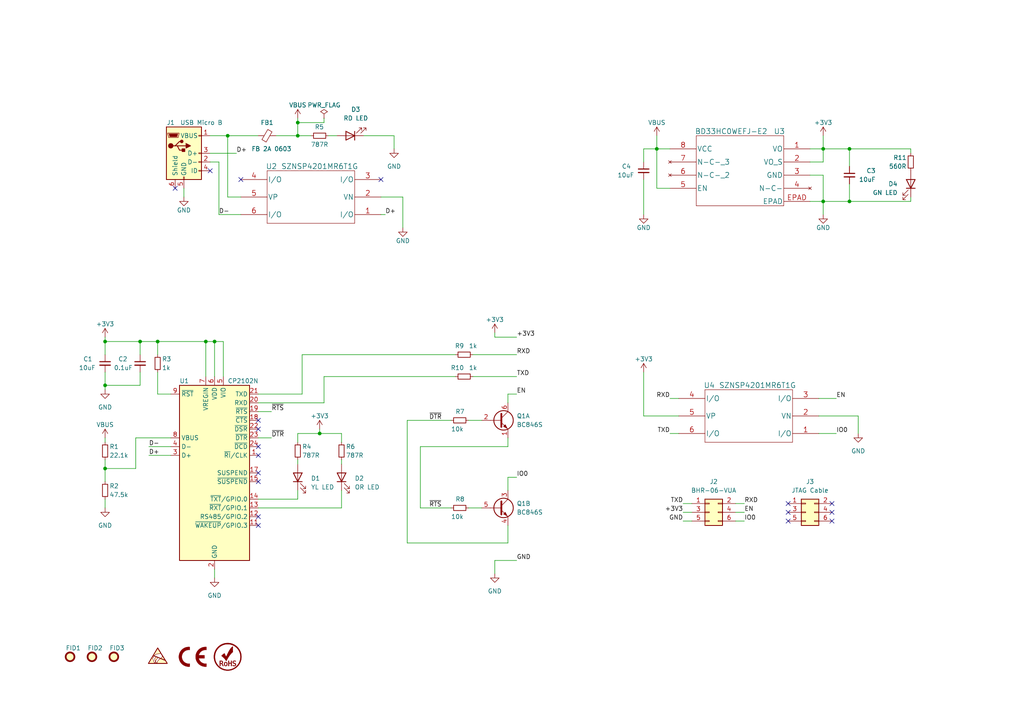
<source format=kicad_sch>
(kicad_sch (version 20211123) (generator eeschema)
  (paper "A4")
  (title_block (title "ESP Programmer") (date "2021-12-26") (rev "1.0") (company "Siriuspal") (comment 1 "ESP32 USB UART Programmer"))
  (lib_symbols
    (symbol "Connector:USB_B_Micro" (pin_names (offset 1.016))
      (property "Reference" "J" (at -5.08 11.43 0))
      (property "Value" "USB_B_Micro" (at -5.08 8.89 0))
      (symbol "USB_B_Micro_1_1"
        (pin power_out line (at 7.62 5.08 180) (length 2.54) (name "VBUS") (number "1"))
        (pin bidirectional line (at 7.62 -2.54 180) (length 2.54) (name "D-") (number "2"))
        (pin bidirectional line (at 7.62 0 180) (length 2.54) (name "D+") (number "3"))
        (pin passive line (at 7.62 -5.08 180) (length 2.54) (name "ID") (number "4"))
        (pin power_out line (at 0 -10.16 90) (length 2.54) (name "GND") (number "5"))
        (pin passive line (at -2.54 -10.16 90) (length 2.54) (name "Shield") (number "6"))
      )
    )
    (symbol "Connector_Generic:Conn_02x03_Odd_Even" (pin_names (offset 1.016) hide)
      (property "Reference" "J" (at 1.27 5.08 0))
      (property "Value" "Conn_02x03_Odd_Even" (at 1.27 -5.08 0))
      (symbol "Conn_02x03_Odd_Even_1_1"
        (pin passive line (at -5.08 2.54 0) (length 3.81) (name "Pin_1") (number "1"))
        (pin passive line (at 7.62 2.54 180) (length 3.81) (name "Pin_2") (number "2"))
        (pin passive line (at -5.08 0 0) (length 3.81) (name "Pin_3") (number "3"))
        (pin passive line (at 7.62 0 180) (length 3.81) (name "Pin_4") (number "4"))
        (pin passive line (at -5.08 -2.54 0) (length 3.81) (name "Pin_5") (number "5"))
        (pin passive line (at 7.62 -2.54 180) (length 3.81) (name "Pin_6") (number "6"))
      )
    )
    (symbol "Device:C_Small" (pin_numbers hide) (pin_names (offset 0.254) hide)
      (property "Reference" "C" (at 0.254 1.778 0))
      (property "Value" "C_Small" (at 0.254 -2.032 0))
      (symbol "C_Small_1_1"
        (pin passive line (at 0 2.54 270) (length 2.032) (name "~") (number "1"))
        (pin passive line (at 0 -2.54 90) (length 2.032) (name "~") (number "2"))
      )
    )
    (symbol "Device:FerriteBead_Small" (pin_numbers hide) (pin_names (offset 0))
      (property "Reference" "FB" (at 1.905 1.27 0))
      (property "Value" "FerriteBead_Small" (at 1.905 -1.27 0))
      (symbol "FerriteBead_Small_1_1"
        (pin passive line (at 0 2.54 270) (length 1.27) (name "~") (number "1"))
        (pin passive line (at 0 -2.54 90) (length 1.27) (name "~") (number "2"))
      )
    )
    (symbol "Device:LED" (pin_numbers hide) (pin_names (offset 1.016) hide)
      (property "Reference" "D" (at 0 2.54 0))
      (property "Value" "LED" (at 0 -2.54 0))
      (symbol "LED_1_1"
        (pin passive line (at -3.81 0 0) (length 2.54) (name "K") (number "1"))
        (pin passive line (at 3.81 0 180) (length 2.54) (name "A") (number "2"))
      )
    )
    (symbol "Device:Q_Dual_NPN_NPN_E1B1C2E2B2C1" (pin_names (offset 0) hide)
      (property "Reference" "Q" (at 5.08 1.27 0))
      (property "Value" "Q_Dual_NPN_NPN_E1B1C2E2B2C1" (at 5.08 -1.27 0))
      (symbol "Q_Dual_NPN_NPN_E1B1C2E2B2C1_1_1"
        (pin passive line (at 2.54 -5.08 90) (length 2.54) (name "E1") (number "1"))
        (pin input line (at -5.08 0 0) (length 2.54) (name "B1") (number "2"))
        (pin passive line (at 2.54 5.08 270) (length 2.54) (name "C1") (number "6"))
      )
      (symbol "Q_Dual_NPN_NPN_E1B1C2E2B2C1_2_1"
        (pin passive line (at 2.54 5.08 270) (length 2.54) (name "C2") (number "3"))
        (pin passive line (at 2.54 -5.08 90) (length 2.54) (name "E2") (number "4"))
        (pin input line (at -5.08 0 0) (length 2.54) (name "B2") (number "5"))
      )
    )
    (symbol "Device:R_Small" (pin_numbers hide) (pin_names (offset 0.254) hide)
      (property "Reference" "R" (at 0.762 0.508 0))
      (property "Value" "R_Small" (at 0.762 -1.016 0))
      (symbol "R_Small_1_1"
        (pin passive line (at 0 2.54 270) (length 0.762) (name "~") (number "1"))
        (pin passive line (at 0 -2.54 90) (length 0.762) (name "~") (number "2"))
      )
    )
    (symbol "Diode:SZNSP4201MR6T1G" (pin_names (offset 0.254))
      (property "Reference" "U" (at 0 12.7 0))
      (property "Value" "SZNSP4201MR6T1G" (at 0 10.16 0))
      (symbol "SZNSP4201MR6T1G_1_1"
        (pin passive line (at -20.32 5.08 0) (length 7.62) (name "I/O") (number "1"))
        (pin passive line (at -20.32 0 0) (length 7.62) (name "VN") (number "2"))
        (pin passive line (at -20.32 -5.08 0) (length 7.62) (name "I/O") (number "3"))
        (pin passive line (at 20.32 -5.08 180) (length 7.62) (name "I/O") (number "4"))
        (pin passive line (at 20.32 0 180) (length 7.62) (name "VP") (number "5"))
        (pin passive line (at 20.32 5.08 180) (length 7.62) (name "I/O") (number "6"))
      )
    )
    (symbol "Graphic:CE Logo" (pin_numbers hide) (pin_names (offset 1.016) hide) (in_bom no))
    (symbol "Graphic:RoHS Logo" (pin_numbers hide) (pin_names (offset 1.016) hide) (in_bom no))
    (symbol "Graphic:SYM_ESD_Small" (pin_names (offset 1.016)))
    (symbol "Interface_USB:CP2102N-Axx-xQFN24"
      (property "Reference" "U" (at -8.89 26.67 0))
      (property "Value" "CP2102N-Axx-xQFN24" (at 13.97 26.67 0))
      (symbol "CP2102N-Axx-xQFN24_1_1"
        (pin bidirectional line (at 12.7 5.08 180) (length 2.54) (name "~{RI}/CLK") (number "1"))
        (pin no_connect line (at -10.16 -22.86 0) (length 2.54) hide (name "NC") (number "10"))
        (pin bidirectional line (at 12.7 -15.24 180) (length 2.54) (name "~{WAKEUP}/GPIO.3") (number "11"))
        (pin bidirectional line (at 12.7 -12.7 180) (length 2.54) (name "RS485/GPIO.2") (number "12"))
        (pin bidirectional line (at 12.7 -10.16 180) (length 2.54) (name "~{RXT}/GPIO.1") (number "13"))
        (pin bidirectional line (at 12.7 -7.62 180) (length 2.54) (name "~{TXT}/GPIO.0") (number "14"))
        (pin output line (at 12.7 -2.54 180) (length 2.54) (name "~{SUSPEND}") (number "15"))
        (pin no_connect line (at 10.16 -22.86 180) (length 2.54) hide (name "NC") (number "16"))
        (pin output line (at 12.7 0 180) (length 2.54) (name "SUSPEND") (number "17"))
        (pin input line (at 12.7 15.24 180) (length 2.54) (name "~{CTS}") (number "18"))
        (pin output line (at 12.7 17.78 180) (length 2.54) (name "~{RTS}") (number "19"))
        (pin power_in line (at 0 -27.94 90) (length 2.54) (name "GND") (number "2"))
        (pin input line (at 12.7 20.32 180) (length 2.54) (name "RXD") (number "20"))
        (pin output line (at 12.7 22.86 180) (length 2.54) (name "TXD") (number "21"))
        (pin input line (at 12.7 12.7 180) (length 2.54) (name "~{DSR}") (number "22"))
        (pin output line (at 12.7 10.16 180) (length 2.54) (name "~{DTR}") (number "23"))
        (pin input line (at 12.7 7.62 180) (length 2.54) (name "~{DCD}") (number "24"))
        (pin passive line (at 0 -27.94 90) (length 2.54) hide (name "GND") (number "25"))
        (pin bidirectional line (at -12.7 5.08 0) (length 2.54) (name "D+") (number "3"))
        (pin bidirectional line (at -12.7 7.62 0) (length 2.54) (name "D-") (number "4"))
        (pin power_in line (at 2.54 27.94 270) (length 2.54) (name "VIO") (number "5"))
        (pin power_in line (at 0 27.94 270) (length 2.54) (name "VDD") (number "6"))
        (pin power_in line (at -2.54 27.94 270) (length 2.54) (name "VREGIN") (number "7"))
        (pin input line (at -12.7 10.16 0) (length 2.54) (name "VBUS") (number "8"))
        (pin input line (at -12.7 22.86 0) (length 2.54) (name "~{RST}") (number "9"))
      )
    )
    (symbol "Mechanical:Fiducial"
      (property "Reference" "FID" (at 0 5.08 0))
      (property "Value" "Fiducial" (at 0 3.175 0))
    )
    (symbol "Power_Management:BD33HC0WEFJ-E2" (pin_names (offset 0.254))
      (property "Reference" "U" (at 20.32 10.16 0))
      (property "Value" "BD33HC0WEFJ-E2" (at 20.32 7.62 0))
      (symbol "BD33HC0WEFJ-E2_1_1"
        (pin power_out line (at 0 1.27 0) (length 7.62) (name "VO") (number "1"))
        (pin power_in line (at 0 -2.54 0) (length 7.62) (name "VO_S") (number "2"))
        (pin power_in line (at 0 -6.35 0) (length 7.62) (name "GND") (number "3"))
        (pin no_connect line (at 0 -10.16 0) (length 7.62) (name "N-C-") (number "4"))
        (pin input line (at 40.64 -10.16 180) (length 7.62) (name "EN") (number "5"))
        (pin no_connect line (at 40.64 -6.35 180) (length 7.62) (name "N-C-_2") (number "6"))
        (pin no_connect line (at 40.64 -2.54 180) (length 7.62) (name "N-C-_3") (number "7"))
        (pin power_in line (at 40.64 1.27 180) (length 7.62) (name "VCC") (number "8"))
        (pin passive line (at 0 -13.97 0) (length 7.62) (name "EPAD") (number "EPAD"))
      )
    )
    (symbol "power:+3.3V" (power) (pin_names (offset 0))
      (property "Value" "+3.3V" (at 0 3.556 0))
      (symbol "+3.3V_1_1"
        (pin power_in line (at 0 0 90) (length 0) hide (name "+3V3") (number "1"))
      )
    )
    (symbol "power:GND" (power) (pin_names (offset 0))
      (property "Value" "GND" (at 0 -3.81 0))
      (symbol "GND_1_1"
        (pin power_in line (at 0 0 270) (length 0) hide (name "GND") (number "1"))
      )
    )
    (symbol "power:PWR_FLAG" (power) (pin_numbers hide) (pin_names (offset 0) hide)
      (property "Value" "PWR_FLAG" (at 0 3.81 0))
      (symbol "PWR_FLAG_0_0"
        (pin power_out line (at 0 0 90) (length 0) (name "pwr") (number "1"))
      )
    )
    (symbol "power:VBUS" (power) (pin_names (offset 0))
      (property "Value" "VBUS" (at 0 3.81 0))
      (symbol "VBUS_1_1"
        (pin power_in line (at 0 0 90) (length 0) hide (name "VBUS") (number "1"))
      )
    )
  )
  (junction (at 190.5 43.18))
  (junction (at 30.48 111.76))
  (junction (at 40.64 99.06))
  (junction (at 62.23 99.06))
  (junction (at 238.76 58.42))
  (junction (at 86.36 35.56))
  (junction (at 66.04 39.37))
  (junction (at 45.72 99.06))
  (junction (at 92.71 125.73))
  (junction (at 59.69 99.06))
  (junction (at 246.38 58.42))
  (junction (at 86.36 39.37))
  (junction (at 238.76 43.18))
  (junction (at 30.48 135.89))
  (junction (at 246.38 43.18))
  (junction (at 30.48 99.06))
  (no_connect (at 74.93 137.16))
  (no_connect (at 74.93 121.92))
  (no_connect (at 74.93 124.46))
  (no_connect (at 74.93 129.54))
  (no_connect (at 60.96 49.53))
  (no_connect (at 228.6 146.05))
  (no_connect (at 110.49 52.07))
  (no_connect (at 74.93 132.08))
  (no_connect (at 50.8 54.61))
  (no_connect (at 69.85 52.07))
  (no_connect (at 74.93 139.7))
  (no_connect (at 74.93 152.4))
  (no_connect (at 74.93 149.86))
  (no_connect (at 228.6 151.13))
  (no_connect (at 241.3 146.05))
  (no_connect (at 241.3 151.13))
  (no_connect (at 241.3 148.59))
  (no_connect (at 228.6 148.59))
  (wire (pts (xy 86.36 34.29) (xy 86.36 35.56)))
  (wire (pts (xy 130.81 121.92) (xy 118.11 121.92)))
  (wire (pts (xy 45.72 99.06) (xy 45.72 102.87)))
  (wire (pts (xy 186.69 120.65) (xy 186.69 107.95)))
  (wire (pts (xy 198.12 148.59) (xy 200.66 148.59)))
  (wire (pts (xy 186.69 43.18) (xy 190.5 43.18)))
  (wire (pts (xy 86.36 144.78) (xy 74.93 144.78)))
  (wire (pts (xy 238.76 46.99) (xy 238.76 43.18)))
  (wire (pts (xy 238.76 39.37) (xy 238.76 43.18)))
  (wire (pts (xy 93.98 35.56) (xy 86.36 35.56)))
  (wire (pts (xy 194.31 115.57) (xy 196.85 115.57)))
  (wire (pts (xy 64.77 99.06) (xy 62.23 99.06)))
  (wire (pts (xy 238.76 58.42) (xy 238.76 50.8)))
  (wire (pts (xy 264.16 58.42) (xy 246.38 58.42)))
  (wire (pts (xy 60.96 39.37) (xy 66.04 39.37)))
  (wire (pts (xy 39.37 127) (xy 39.37 135.89)))
  (wire (pts (xy 30.48 111.76) (xy 30.48 113.03)))
  (wire (pts (xy 118.11 121.92) (xy 118.11 157.48)))
  (wire (pts (xy 93.98 109.22) (xy 93.98 116.84)))
  (wire (pts (xy 95.25 39.37) (xy 97.79 39.37)))
  (wire (pts (xy 246.38 58.42) (xy 238.76 58.42)))
  (wire (pts (xy 114.3 43.18) (xy 114.3 39.37)))
  (wire (pts (xy 62.23 165.1) (xy 62.23 167.64)))
  (wire (pts (xy 198.12 151.13) (xy 200.66 151.13)))
  (wire (pts (xy 238.76 43.18) (xy 234.95 43.18)))
  (wire (pts (xy 66.04 57.15) (xy 66.04 39.37)))
  (wire (pts (xy 116.84 66.04) (xy 116.84 57.15)))
  (wire (pts (xy 248.92 125.73) (xy 248.92 120.65)))
  (wire (pts (xy 137.16 102.87) (xy 149.86 102.87)))
  (wire (pts (xy 87.63 114.3) (xy 74.93 114.3)))
  (wire (pts (xy 86.36 39.37) (xy 90.17 39.37)))
  (wire (pts (xy 246.38 53.34) (xy 246.38 58.42)))
  (wire (pts (xy 99.06 147.32) (xy 74.93 147.32)))
  (wire (pts (xy 99.06 133.35) (xy 99.06 134.62)))
  (wire (pts (xy 86.36 35.56) (xy 86.36 39.37)))
  (wire (pts (xy 45.72 99.06) (xy 59.69 99.06)))
  (wire (pts (xy 143.51 162.56) (xy 149.86 162.56)))
  (wire (pts (xy 86.36 128.27) (xy 86.36 125.73)))
  (wire (pts (xy 213.36 151.13) (xy 215.9 151.13)))
  (wire (pts (xy 147.32 157.48) (xy 147.32 152.4)))
  (wire (pts (xy 93.98 116.84) (xy 74.93 116.84)))
  (wire (pts (xy 147.32 138.43) (xy 149.86 138.43)))
  (wire (pts (xy 237.49 115.57) (xy 242.57 115.57)))
  (wire (pts (xy 190.5 54.61) (xy 190.5 43.18)))
  (wire (pts (xy 238.76 58.42) (xy 234.95 58.42)))
  (wire (pts (xy 30.48 135.89) (xy 39.37 135.89)))
  (wire (pts (xy 186.69 46.99) (xy 186.69 43.18)))
  (wire (pts (xy 99.06 142.24) (xy 99.06 147.32)))
  (wire (pts (xy 45.72 99.06) (xy 40.64 99.06)))
  (wire (pts (xy 114.3 39.37) (xy 105.41 39.37)))
  (wire (pts (xy 110.49 62.23) (xy 111.76 62.23)))
  (wire (pts (xy 121.92 147.32) (xy 121.92 129.54)))
  (wire (pts (xy 87.63 102.87) (xy 87.63 114.3)))
  (wire (pts (xy 40.64 99.06) (xy 30.48 99.06)))
  (wire (pts (xy 246.38 48.26) (xy 246.38 43.18)))
  (wire (pts (xy 30.48 107.95) (xy 30.48 111.76)))
  (wire (pts (xy 213.36 148.59) (xy 215.9 148.59)))
  (wire (pts (xy 62.23 109.22) (xy 62.23 99.06)))
  (wire (pts (xy 86.36 142.24) (xy 86.36 144.78)))
  (wire (pts (xy 137.16 109.22) (xy 149.86 109.22)))
  (wire (pts (xy 40.64 111.76) (xy 30.48 111.76)))
  (wire (pts (xy 248.92 120.65) (xy 237.49 120.65)))
  (wire (pts (xy 30.48 99.06) (xy 30.48 102.87)))
  (wire (pts (xy 143.51 166.37) (xy 143.51 162.56)))
  (wire (pts (xy 234.95 46.99) (xy 238.76 46.99)))
  (wire (pts (xy 64.77 109.22) (xy 64.77 99.06)))
  (wire (pts (xy 147.32 142.24) (xy 147.32 138.43)))
  (wire (pts (xy 68.58 44.45) (xy 60.96 44.45)))
  (wire (pts (xy 147.32 114.3) (xy 149.86 114.3)))
  (wire (pts (xy 86.36 125.73) (xy 92.71 125.73)))
  (wire (pts (xy 190.5 39.37) (xy 190.5 43.18)))
  (wire (pts (xy 99.06 125.73) (xy 99.06 128.27)))
  (wire (pts (xy 40.64 99.06) (xy 40.64 102.87)))
  (wire (pts (xy 143.51 97.79) (xy 149.86 97.79)))
  (wire (pts (xy 92.71 124.46) (xy 92.71 125.73)))
  (wire (pts (xy 264.16 57.15) (xy 264.16 58.42)))
  (wire (pts (xy 121.92 129.54) (xy 147.32 129.54)))
  (wire (pts (xy 45.72 107.95) (xy 45.72 114.3)))
  (wire (pts (xy 43.18 129.54) (xy 49.53 129.54)))
  (wire (pts (xy 49.53 114.3) (xy 45.72 114.3)))
  (wire (pts (xy 59.69 99.06) (xy 62.23 99.06)))
  (wire (pts (xy 135.89 121.92) (xy 139.7 121.92)))
  (wire (pts (xy 69.85 57.15) (xy 66.04 57.15)))
  (wire (pts (xy 66.04 39.37) (xy 74.93 39.37)))
  (wire (pts (xy 93.98 34.29) (xy 93.98 35.56)))
  (wire (pts (xy 186.69 52.07) (xy 186.69 62.23)))
  (wire (pts (xy 118.11 157.48) (xy 147.32 157.48)))
  (wire (pts (xy 147.32 116.84) (xy 147.32 114.3)))
  (wire (pts (xy 132.08 109.22) (xy 93.98 109.22)))
  (wire (pts (xy 60.96 46.99) (xy 63.5 46.99)))
  (wire (pts (xy 194.31 125.73) (xy 196.85 125.73)))
  (wire (pts (xy 30.48 133.35) (xy 30.48 135.89)))
  (wire (pts (xy 63.5 62.23) (xy 69.85 62.23)))
  (wire (pts (xy 246.38 43.18) (xy 264.16 43.18)))
  (wire (pts (xy 43.18 132.08) (xy 49.53 132.08)))
  (wire (pts (xy 190.5 43.18) (xy 194.31 43.18)))
  (wire (pts (xy 30.48 144.78) (xy 30.48 147.32)))
  (wire (pts (xy 147.32 129.54) (xy 147.32 127)))
  (wire (pts (xy 74.93 127) (xy 78.74 127)))
  (wire (pts (xy 132.08 102.87) (xy 87.63 102.87)))
  (wire (pts (xy 264.16 44.45) (xy 264.16 43.18)))
  (wire (pts (xy 237.49 125.73) (xy 242.57 125.73)))
  (wire (pts (xy 49.53 127) (xy 39.37 127)))
  (wire (pts (xy 86.36 39.37) (xy 80.01 39.37)))
  (wire (pts (xy 74.93 119.38) (xy 78.74 119.38)))
  (wire (pts (xy 53.34 54.61) (xy 53.34 57.15)))
  (wire (pts (xy 196.85 120.65) (xy 186.69 120.65)))
  (wire (pts (xy 30.48 127) (xy 30.48 128.27)))
  (wire (pts (xy 59.69 99.06) (xy 59.69 109.22)))
  (wire (pts (xy 30.48 135.89) (xy 30.48 139.7)))
  (wire (pts (xy 92.71 125.73) (xy 99.06 125.73)))
  (wire (pts (xy 86.36 133.35) (xy 86.36 134.62)))
  (wire (pts (xy 213.36 146.05) (xy 215.9 146.05)))
  (wire (pts (xy 40.64 107.95) (xy 40.64 111.76)))
  (wire (pts (xy 135.89 147.32) (xy 139.7 147.32)))
  (wire (pts (xy 130.81 147.32) (xy 121.92 147.32)))
  (wire (pts (xy 198.12 146.05) (xy 200.66 146.05)))
  (wire (pts (xy 246.38 43.18) (xy 238.76 43.18)))
  (wire (pts (xy 63.5 46.99) (xy 63.5 62.23)))
  (wire (pts (xy 238.76 50.8) (xy 234.95 50.8)))
  (wire (pts (xy 30.48 97.79) (xy 30.48 99.06)))
  (wire (pts (xy 143.51 96.52) (xy 143.51 97.79)))
  (wire (pts (xy 194.31 54.61) (xy 190.5 54.61)))
  (wire (pts (xy 116.84 57.15) (xy 110.49 57.15)))
  (wire (pts (xy 238.76 62.23) (xy 238.76 58.42)))
  (label "EN" (at 215.9 148.59 0))
  (label "IO0" (at 149.86 138.43 0))
  (label "+3V3" (at 149.86 97.79 0))
  (label "~{RTS}" (at 124.46 147.32 0))
  (label "TXD" (at 198.12 146.05 180))
  (label "TXD" (at 194.31 125.73 180))
  (label "~{DTR}" (at 124.46 121.92 0))
  (label "+3V3" (at 198.12 148.59 180))
  (label "RXD" (at 149.86 102.87 0))
  (label "EN" (at 149.86 114.3 0))
  (label "GND" (at 149.86 162.56 0))
  (label "~{RTS}" (at 78.74 119.38 0))
  (label "IO0" (at 215.9 151.13 0))
  (label "D+" (at 111.76 62.23 0))
  (label "D-" (at 63.5 62.23 0))
  (label "TXD" (at 149.86 109.22 0))
  (label "RXD" (at 215.9 146.05 0))
  (label "EN" (at 242.57 115.57 0))
  (label "~{DTR}" (at 78.74 127 0))
  (label "D+" (at 68.58 44.45 0))
  (label "D-" (at 43.18 129.54 0))
  (label "RXD" (at 194.31 115.57 180))
  (label "IO0" (at 242.57 125.73 0))
  (label "D+" (at 43.18 132.08 0))
  (label "GND" (at 198.12 151.13 180))
  (symbol (lib_id "power:VBUS") (at 190.5 39.37 0) (mirror y) (unit 1)
    (property "Reference" "#PWR013" (effects hide))
    (property "Value" "VBUS" (at 190.5 35.56 0))
  )
  (symbol (lib_id "Device:LED") (at 264.16 53.34 270) (mirror x) (unit 1)
    (property "Reference" "D4" (at 260.35 53.34 90) (effects (justify right)))
    (property "Value" "GN LED" (at 260.35 55.88 90) (effects (justify right)))
    (property "Footprint" "LED_SMD:LED_0603_1608Metric" (effects hide))
    (property "MPN" "SML-310PTT86" (effects hide))
    (property "Manufacturer" "Rohm Semiconductor" (effects hide))
    (property "Description" "LED GREEN CLEAR 0603 SMD" (effects hide))
    (property "Substitute Allowed" "Yes" (effects hide))
  )
  (symbol (lib_id "Device:R_Small") (at 133.35 121.92 270) (unit 1)
    (property "Reference" "R7" (at 132.08 119.38 90) (effects (justify left)))
    (property "Value" "10k" (at 130.81 124.46 90) (effects (justify left)))
    (property "Footprint" "Resistor_SMD:R_0603_1608Metric" (effects hide))
    (property "MPN" "RT0603FRE0710KL" (effects hide))
    (property "Manufacturer" "YAGEO" (effects hide))
    (property "Description" "RES SMD 10K OHM 1% 1/10W 0603" (effects hide))
    (property "Substitute Allowed" "Yes" (effects hide))
  )
  (symbol (lib_id "power:+3.3V") (at 30.48 97.79 0) (unit 1)
    (property "Reference" "#PWR01" (effects hide))
    (property "Value" "+3.3V" (at 30.48 93.98 0))
  )
  (symbol (lib_id "power:GND") (at 114.3 43.18 0) (unit 1)
    (property "Reference" "#PWR09" (effects hide))
    (property "Value" "GND" (at 114.3 48.26 0))
  )
  (symbol (lib_id "power:+3.3V") (at 143.51 96.52 0) (unit 1)
    (property "Reference" "#PWR011" (effects hide))
    (property "Value" "+3.3V" (at 143.51 92.71 0))
  )
  (symbol (lib_id "power:GND") (at 30.48 147.32 0) (unit 1)
    (property "Reference" "#PWR04" (effects hide))
    (property "Value" "GND" (at 30.48 152.4 0))
  )
  (symbol (lib_id "power:+3.3V") (at 186.69 107.95 0) (unit 1)
    (property "Reference" "#PWR015" (effects hide))
    (property "Value" "+3.3V" (at 186.69 104.14 0))
  )
  (symbol (lib_id "Interface_USB:CP2102N-Axx-xQFN24") (at 62.23 137.16 0) (unit 1)
    (property "Reference" "U1" (at 52.07 110.49 0) (effects (justify left)))
    (property "Value" "CP2102N" (at 66.04 110.49 0) (effects (justify left)))
    (property "Footprint" "Package_DFN_QFN:QFN-24-1EP_4x4mm_P0.5mm_EP2.6x2.6mm" (effects hide))
    (property "Datasheet" "https://www.silabs.com/documents/public/data-sheets/cp2102n-datasheet.pdf" (effects hide))
    (property "MPN" "CP2102N-A02-GQFN24R" (effects hide))
    (property "Manufacturer" "Silicon Labs" (effects hide))
    (property "Description" "IC USB TO UART BRIDGE QFN24" (effects hide))
    (property "Substitute Allowed" "No" (effects hide))
  )
  (symbol (lib_id "Device:C_Small") (at 186.69 49.53 0) (unit 1)
    (property "Reference" "C4" (at 180.34 48.26 0) (effects (justify left)))
    (property "Value" "10uF" (at 179.07 50.8 0) (effects (justify left)))
    (property "Footprint" "Capacitor_SMD:C_0603_1608Metric" (effects hide))
    (property "MPN" "GRM188R61E106KA73J" (effects hide))
    (property "Manufacturer" "Murata Electronics" (effects hide))
    (property "Description" "CAP CER 10UF 25V X5R 0603" (effects hide))
    (property "Substitute Allowed" "Yes" (effects hide))
  )
  (symbol (lib_id "power:+3.3V") (at 238.76 39.37 0) (mirror y) (unit 1)
    (property "Reference" "#PWR016" (effects hide))
    (property "Value" "+3.3V" (at 238.76 35.56 0))
  )
  (symbol (lib_id "power:GND") (at 238.76 62.23 0) (mirror y) (unit 1)
    (property "Reference" "#PWR014" (effects hide))
    (property "Value" "GND" (at 238.76 66.04 0))
  )
  (symbol (lib_id "Device:LED") (at 99.06 138.43 90) (unit 1)
    (property "Reference" "D2" (at 102.87 138.7474 90) (effects (justify right)))
    (property "Value" "OR LED" (at 102.87 141.2874 90) (effects (justify right)))
    (property "Footprint" "LED_SMD:LED_0603_1608Metric" (effects hide))
    (property "MPN" "SML-311DTT86" (effects hide))
    (property "Manufacturer" "Rohm Semiconductor" (effects hide))
    (property "Description" "LED ORANGE CLEAR 0603 SMD" (effects hide))
    (property "Substitute Allowed" "Yes" (effects hide))
  )
  (symbol (lib_id "Mechanical:Fiducial") (at 33.02 190.5 0) (unit 1) (in_bom no)
    (property "Reference" "FID3" (at 31.75 187.96 0) (effects (justify left)))
    (property "Value" "Fiducial" (effects hide))
    (property "Footprint" "Fiducial:Fiducial_0.5mm_Mask1mm" (effects hide))
  )
  (symbol (lib_id "Graphic:RoHS Logo") (at 66.04 190.5 0) (unit 1) (in_bom no)
    (property "Reference" "#G2" (effects hide))
    (property "Value" "RoHS Logo" (effects hide))
    (property "Footprint" "Symbol:RoHSLogo" (effects hide))
  )
  (symbol (lib_id "Device:LED") (at 86.36 138.43 90) (unit 1)
    (property "Reference" "D1" (at 90.17 138.7474 90) (effects (justify right)))
    (property "Value" "YL LED" (at 90.17 141.2874 90) (effects (justify right)))
    (property "Footprint" "LED_SMD:LED_0603_1608Metric" (effects hide))
    (property "MPN" "SML-311YTT86" (effects hide))
    (property "Manufacturer" "Rohm Semiconductor" (effects hide))
    (property "Description" "LED YELLOW CLEAR 0603 SMD" (effects hide))
    (property "Substitute Allowed" "Yes" (effects hide))
  )
  (symbol (lib_id "Device:R_Small") (at 30.48 142.24 0) (unit 1)
    (property "Reference" "R2" (at 31.75 140.97 0) (effects (justify left)))
    (property "Value" "47.5k" (at 31.75 143.51 0) (effects (justify left)))
    (property "Footprint" "Resistor_SMD:R_0603_1608Metric" (effects hide))
    (property "MPN" "RC0603FR-0747K5L" (effects hide))
    (property "Manufacturer" "YAGEO" (effects hide))
    (property "Description" "RES 47.5K OHM 1% 1/10W 0603" (effects hide))
    (property "Substitute Allowed" "Yes" (effects hide))
  )
  (symbol (lib_id "power:GND") (at 62.23 167.64 0) (unit 1)
    (property "Reference" "#PWR06" (effects hide))
    (property "Value" "GND" (at 62.23 172.72 0))
  )
  (symbol (lib_id "Diode:SZNSP4201MR6T1G") (at 90.17 57.15 180) (unit 1)
    (property "Reference" "U2" (at 78.74 48.26 0) (effects (font (size 1.524 1.524))))
    (property "Value" "SZNSP4201MR6T1G" (at 92.71 48.26 0) (effects (font (size 1.524 1.524))))
    (property "Footprint" "Package_SO:TSOP-6_1.65x3.05mm_P0.95mm" (effects hide))
    (property "MPN" "SZNSP4201MR6T1G" (effects hide))
    (property "Manufacturer" "onsemi" (effects hide))
    (property "Description" "TVS DIODE 5VWM 12VC 6TSOP" (effects hide))
    (property "Substitute Allowed" "Yes" (effects hide))
  )
  (symbol (lib_id "Device:C_Small") (at 30.48 105.41 0) (unit 1)
    (property "Reference" "C1" (at 24.13 104.14 0) (effects (justify left)))
    (property "Value" "10uF" (at 22.86 106.68 0) (effects (justify left)))
    (property "Footprint" "Capacitor_SMD:C_0603_1608Metric" (effects hide))
    (property "MPN" "GRM188R61E106KA73J" (effects hide))
    (property "Manufacturer" "Murata Electronics" (effects hide))
    (property "Description" "CAP CER 10UF 25V X5R 0603" (effects hide))
    (property "Substitute Allowed" "Yes" (effects hide))
  )
  (symbol (lib_id "Device:R_Small") (at 86.36 130.81 0) (unit 1)
    (property "Reference" "R4" (at 87.63 129.54 0) (effects (justify left)))
    (property "Value" "787R" (at 87.63 132.08 0) (effects (justify left)))
    (property "Footprint" "Resistor_SMD:R_0603_1608Metric" (effects hide))
    (property "MPN" "RC0603FR-07787RL" (effects hide))
    (property "Manufacturer" "YAGEO" (effects hide))
    (property "Description" "RES 787 OHM 1% 1/10W 0603" (effects hide))
    (property "Substitute Allowed" "Yes" (effects hide))
  )
  (symbol (lib_id "Device:R_Small") (at 134.62 109.22 90) (unit 1)
    (property "Reference" "R10" (at 134.62 106.68 90) (effects (justify left)))
    (property "Value" "1k" (at 138.43 106.68 90) (effects (justify left)))
    (property "Footprint" "Resistor_SMD:R_0603_1608Metric" (effects hide))
    (property "MPN" "AC0603JR-071KL" (effects hide))
    (property "Manufacturer" "YAGEO" (effects hide))
    (property "Description" "RES SMD 1K OHM 5% 1/10W 0603" (effects hide))
    (property "Substitute Allowed" "Yes" (effects hide))
  )
  (symbol (lib_id "Diode:SZNSP4201MR6T1G") (at 217.17 120.65 180) (unit 1)
    (property "Reference" "U4" (at 205.74 111.76 0) (effects (font (size 1.524 1.524))))
    (property "Value" "SZNSP4201MR6T1G" (at 219.71 111.76 0) (effects (font (size 1.524 1.524))))
    (property "Footprint" "Package_SO:TSOP-6_1.65x3.05mm_P0.95mm" (effects hide))
    (property "MPN" "SZNSP4201MR6T1G" (effects hide))
    (property "Manufacturer" "onsemi" (effects hide))
    (property "Description" "TVS DIODE 5VWM 12VC 6TSOP" (effects hide))
    (property "Substitute Allowed" "Yes" (effects hide))
  )
  (symbol (lib_id "Mechanical:Fiducial") (at 20.32 190.5 0) (unit 1) (in_bom no)
    (property "Reference" "FID1" (at 19.05 187.96 0) (effects (justify left)))
    (property "Value" "Fiducial" (effects hide))
    (property "Footprint" "Fiducial:Fiducial_0.5mm_Mask1mm" (effects hide))
  )
  (symbol (lib_id "Device:R_Small") (at 134.62 102.87 90) (unit 1)
    (property "Reference" "R9" (at 134.62 100.33 90) (effects (justify left)))
    (property "Value" "1k" (at 138.43 100.33 90) (effects (justify left)))
    (property "Footprint" "Resistor_SMD:R_0603_1608Metric" (effects hide))
    (property "MPN" "AC0603JR-071KL" (effects hide))
    (property "Manufacturer" "YAGEO" (effects hide))
    (property "Description" "RES SMD 1K OHM 5% 1/10W 0603" (effects hide))
    (property "Substitute Allowed" "Yes" (effects hide))
  )
  (symbol (lib_id "Device:LED") (at 101.6 39.37 180) (unit 1)
    (property "Reference" "D3" (at 103.1875 31.75 0))
    (property "Value" "RD LED" (at 103.1875 34.29 0))
    (property "Footprint" "LED_SMD:LED_0603_1608Metric" (effects hide))
    (property "MPN" "SML-311UTT86" (effects hide))
    (property "Manufacturer" "Rohm Semiconductor" (effects hide))
    (property "Description" "LED RED CLEAR 0603 SMD" (effects hide))
    (property "Substitute Allowed" "Yes" (effects hide))
  )
  (symbol (lib_id "power:GND") (at 53.34 57.15 0) (unit 1)
    (property "Reference" "#PWR05" (effects hide))
    (property "Value" "GND" (at 53.34 60.96 0))
  )
  (symbol (lib_id "power:GND") (at 30.48 113.03 0) (unit 1)
    (property "Reference" "#PWR02" (effects hide))
    (property "Value" "GND" (at 30.48 118.11 0))
  )
  (symbol (lib_id "Device:R_Small") (at 30.48 130.81 0) (unit 1)
    (property "Reference" "R1" (at 31.75 129.54 0) (effects (justify left)))
    (property "Value" "22.1k" (at 31.75 132.08 0) (effects (justify left)))
    (property "Footprint" "Resistor_SMD:R_0603_1608Metric" (effects hide))
    (property "MPN" "RC0603FR-1322K1L" (effects hide))
    (property "Manufacturer" "YAGEO" (effects hide))
    (property "Description" "RES 22.1K OHM 1% 1/10W 0603" (effects hide))
    (property "Substitute Allowed" "Yes" (effects hide))
  )
  (symbol (lib_id "power:PWR_FLAG") (at 93.98 34.29 0) (unit 1)
    (property "Reference" "#FLG0101" (effects hide))
    (property "Value" "PWR_FLAG" (at 93.98 30.48 0))
  )
  (symbol (lib_id "Device:R_Small") (at 133.35 147.32 270) (unit 1)
    (property "Reference" "R8" (at 132.08 144.78 90) (effects (justify left)))
    (property "Value" "10k" (at 130.81 149.86 90) (effects (justify left)))
    (property "Footprint" "Resistor_SMD:R_0603_1608Metric" (effects hide))
    (property "MPN" "RT0603FRE0710KL" (effects hide))
    (property "Manufacturer" "YAGEO" (effects hide))
    (property "Description" "RES SMD 10K OHM 1% 1/10W 0603" (effects hide))
    (property "Substitute Allowed" "Yes" (effects hide))
  )
  (symbol (lib_id "Device:R_Small") (at 264.16 46.99 0) (mirror x) (unit 1)
    (property "Reference" "R11" (at 259.08 45.72 0) (effects (justify left)))
    (property "Value" "560R" (at 257.81 48.26 0) (effects (justify left)))
    (property "Footprint" "Resistor_SMD:R_0603_1608Metric" (effects hide))
    (property "MPN" "RC0603JR-07560RL" (effects hide))
    (property "Manufacturer" "YAGEO" (effects hide))
    (property "Description" "RES 560 OHM 5% 1/10W 0603" (effects hide))
    (property "Substitute Allowed" "Yes" (effects hide))
  )
  (symbol (lib_id "Device:R_Small") (at 45.72 105.41 0) (unit 1)
    (property "Reference" "R3" (at 46.99 104.14 0) (effects (justify left)))
    (property "Value" "1k" (at 46.99 106.68 0) (effects (justify left)))
    (property "Footprint" "Resistor_SMD:R_0603_1608Metric" (effects hide))
    (property "MPN" "AC0603JR-071KL" (effects hide))
    (property "Manufacturer" "YAGEO" (effects hide))
    (property "Description" "RES SMD 1K OHM 5% 1/10W 0603" (effects hide))
    (property "Substitute Allowed" "Yes" (effects hide))
  )
  (symbol (lib_id "Device:C_Small") (at 40.64 105.41 0) (unit 1)
    (property "Reference" "C2" (at 34.29 104.14 0) (effects (justify left)))
    (property "Value" "0.1uF" (at 33.02 106.68 0) (effects (justify left)))
    (property "Footprint" "Capacitor_SMD:C_0603_1608Metric" (effects hide))
    (property "MPN" "C0603C104Z3VAC7867" (effects hide))
    (property "Manufacturer" "KEMET" (effects hide))
    (property "Description" "CAP CER 0.1UF 25V Y5V 0603" (effects hide))
    (property "Substitute Allowed" "Yes" (effects hide))
  )
  (symbol (lib_id "Connector_Generic:Conn_02x03_Odd_Even") (at 233.68 148.59 0) (unit 1) (on_board no)
    (property "Reference" "J3" (at 234.95 139.7 0))
    (property "Value" "JTAG Cable" (at 234.95 142.24 0))
    (property "Datasheet" "https://www.tag-connect.com/product/tc2030-idc-nl" (effects hide))
    (property "MPN" "TC2030-IDC-NL" (effects hide))
    (property "Manufacturer" "Tag-Connect" (effects hide))
    (property "Description" "“No Legs” 6-pin Plug-of-Nails™ Cable fitted with a 6-pin 0.1″ pitch ribbon connector." (effects hide))
    (property "Substitute Allowed" "No" (effects hide))
  )
  (symbol (lib_id "Device:R_Small") (at 99.06 130.81 0) (unit 1)
    (property "Reference" "R6" (at 100.33 129.54 0) (effects (justify left)))
    (property "Value" "787R" (at 100.33 132.08 0) (effects (justify left)))
    (property "Footprint" "Resistor_SMD:R_0603_1608Metric" (effects hide))
    (property "MPN" "RC0603FR-07787RL" (effects hide))
    (property "Manufacturer" "YAGEO" (effects hide))
    (property "Description" "RES 787 OHM 1% 1/10W 0603" (effects hide))
    (property "Substitute Allowed" "Yes" (effects hide))
  )
  (symbol (lib_id "Graphic:CE Logo") (at 55.88 190.5 0) (unit 1) (in_bom no)
    (property "Reference" "#G1" (effects hide))
    (property "Value" "CE Logo" (effects hide))
    (property "Footprint" "Symbol:CELogo" (effects hide))
  )
  (symbol (lib_id "Graphic:SYM_ESD_Small") (at 45.72 190.5 0) (unit 1) (in_bom no)
    (property "Reference" "#SYM1" (effects hide))
    (property "Value" "SYM_ESD_Small" (effects hide))
    (property "Footprint" "Symbol:RoHSLogo" (effects hide))
  )
  (symbol (lib_id "power:GND") (at 116.84 66.04 0) (unit 1)
    (property "Reference" "#PWR010" (effects hide))
    (property "Value" "GND" (at 116.84 69.85 0))
  )
  (symbol (lib_id "Device:C_Small") (at 246.38 50.8 0) (mirror y) (unit 1)
    (property "Reference" "C3" (at 254 49.53 0) (effects (justify left)))
    (property "Value" "10uF" (at 254 52.07 0) (effects (justify left)))
    (property "Footprint" "Capacitor_SMD:C_0603_1608Metric" (effects hide))
    (property "MPN" "GRM188R61E106KA73J" (effects hide))
    (property "Manufacturer" "Murata Electronics" (effects hide))
    (property "Description" "CAP CER 10UF 25V X5R 0603" (effects hide))
    (property "Substitute Allowed" "Yes" (effects hide))
  )
  (symbol (lib_id "power:GND") (at 143.51 166.37 0) (unit 1)
    (property "Reference" "#PWR012" (effects hide))
    (property "Value" "GND" (at 143.51 171.45 0))
  )
  (symbol (lib_id "Connector:USB_B_Micro") (at 53.34 44.45 0) (unit 1)
    (property "Reference" "J1" (at 49.53 35.56 0))
    (property "Value" "USB Micro B" (at 58.42 35.56 0))
    (property "Footprint" "Connector_USB:USB_Micro-B_Amphenol_10118194_Horizontal" (effects hide))
    (property "MPN" "10118194-0001LF" (effects hide))
    (property "Manufacturer" "Amphenol ICC (FCI)" (effects hide))
    (property "Description" "CONN RCPT USB2.0 MICRO B SMD R/A with TH Support Pins" (effects hide))
    (property "Substitute Allowed" "Yes" (effects hide))
  )
  (symbol (lib_id "power:VBUS") (at 30.48 127 0) (unit 1)
    (property "Reference" "#PWR03" (effects hide))
    (property "Value" "VBUS" (at 30.48 123.19 0))
  )
  (symbol (lib_id "power:GND") (at 248.92 125.73 0) (unit 1)
    (property "Reference" "#PWR018" (effects hide))
    (property "Value" "GND" (at 248.92 130.81 0))
  )
  (symbol (lib_id "power:VBUS") (at 86.36 34.29 0) (unit 1)
    (property "Reference" "#PWR07" (effects hide))
    (property "Value" "VBUS" (at 86.36 30.48 0))
  )
  (symbol (lib_id "power:GND") (at 186.69 62.23 0) (mirror y) (unit 1)
    (property "Reference" "#PWR017" (effects hide))
    (property "Value" "GND" (at 186.69 66.04 0))
  )
  (symbol (lib_id "Connector_Generic:Conn_02x03_Odd_Even") (at 205.74 148.59 0) (unit 1)
    (property "Reference" "J2" (at 207.01 139.7 0))
    (property "Value" "BHR-06-VUA" (at 207.01 142.24 0))
    (property "Footprint" "Connector_PinHeader_2.54mm:PinHeader_2x03_P2.54mm_Vertical" (effects hide))
    (property "MPN" "BHR-06-VUA" (effects hide))
    (property "Manufacturer" "Adam Tech" (effects hide))
    (property "Description" "CONN HEADER VERT 6POS 2.54MM" (effects hide))
    (property "Substitute Allowed" "Yes" (effects hide))
  )
  (symbol (lib_id "Device:Q_Dual_NPN_NPN_E1B1C2E2B2C1") (at 144.78 121.92 0) (unit 1)
    (property "Reference" "Q1" (at 149.86 120.6499 0) (effects (justify left)))
    (property "Value" "BC846S" (at 149.86 123.1899 0) (effects (justify left)))
    (property "Footprint" "Package_TO_SOT_SMD:SOT-363_SC-70-6" (effects hide))
    (property "MPN" "BC846S,125" (effects hide))
    (property "Manufacturer" "Nexperia USA Inc." (effects hide))
    (property "Description" "TRANS 2NPN 65V 0.1A 6TSSOP" (effects hide))
    (property "Substitute Allowed" "Yes" (effects hide))
  )
  (symbol (lib_id "Mechanical:Fiducial") (at 26.67 190.5 0) (unit 1) (in_bom no)
    (property "Reference" "FID2" (at 25.4 187.96 0) (effects (justify left)))
    (property "Value" "Fiducial" (effects hide))
    (property "Footprint" "Fiducial:Fiducial_0.5mm_Mask1mm" (effects hide))
  )
  (symbol (lib_id "power:+3.3V") (at 92.71 124.46 0) (unit 1)
    (property "Reference" "#PWR08" (effects hide))
    (property "Value" "+3.3V" (at 92.71 120.65 0))
  )
  (symbol (lib_id "Power_Management:BD33HC0WEFJ-E2") (at 234.95 44.45 0) (mirror y) (unit 1)
    (property "Reference" "U3" (at 226.06 38.1 0) (effects (font (size 1.524 1.524))))
    (property "Value" "BD33HC0WEFJ-E2" (at 212.09 38.1 0) (effects (font (size 1.524 1.524))))
    (property "Footprint" "Package_SO:HTSOP-8-1EP_3.9x4.9mm_P1.27mm_EP2.4x3.2mm" (effects hide))
    (property "MPN" "BD33HC0WEFJ-E2" (effects hide))
    (property "Manufacturer" "Rohm Semiconductor" (effects hide))
    (property "Description" "IC REG LINEAR 3.3V 1A 8HTSOP" (effects hide))
    (property "Substitute Allowed" "No" (effects hide))
  )
  (symbol (lib_id "Device:R_Small") (at 92.71 39.37 90) (unit 1)
    (property "Reference" "R5" (at 93.98 36.83 90) (effects (justify left)))
    (property "Value" "787R" (at 95.25 41.91 90) (effects (justify left)))
    (property "Footprint" "Resistor_SMD:R_0603_1608Metric" (effects hide))
    (property "MPN" "RC0603FR-07787RL" (effects hide))
    (property "Manufacturer" "YAGEO" (effects hide))
    (property "Description" "RES 787 OHM 1% 1/10W 0603" (effects hide))
    (property "Substitute Allowed" "Yes" (effects hide))
  )
  (symbol (lib_id "Device:Q_Dual_NPN_NPN_E1B1C2E2B2C1") (at 144.78 147.32 0) (unit 2)
    (property "Reference" "Q1" (at 149.86 146.0499 0) (effects (justify left)))
    (property "Value" "BC846S" (at 149.86 148.5899 0) (effects (justify left)))
    (property "Footprint" "Package_TO_SOT_SMD:SOT-363_SC-70-6" (effects hide))
    (property "MPN" "BC846S,125" (effects hide))
    (property "Manufacturer" "Nexperia USA Inc." (effects hide))
    (property "Description" "TRANS 2NPN 65V 0.1A 6TSSOP" (effects hide))
    (property "Substitute Allowed" "Yes" (effects hide))
  )
  (symbol (lib_id "Device:FerriteBead_Small") (at 77.47 39.37 90) (unit 1)
    (property "Reference" "FB1" (at 77.47 35.56 90))
    (property "Value" "FB 2A 0603" (at 78.74 43.18 90))
    (property "Footprint" "Inductor_SMD:L_0603_1608Metric" (effects hide))
    (property "MPN" "MPZ1608S181ATAH0" (effects hide))
    (property "Manufacturer" "TDK Corporation" (effects hide))
    (property "Description" "FERRITE BEAD 180 OHM 0603 1LN 2A" (effects hide))
    (property "Substitute Allowed" "Yes" (effects hide))
  )
)
</source>
